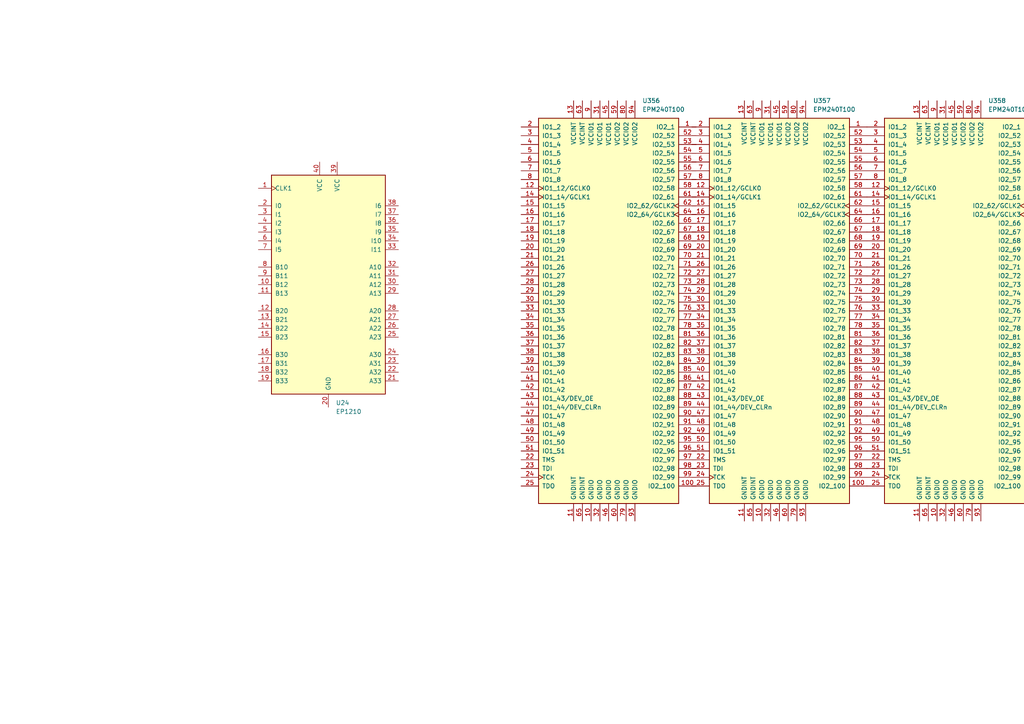
<source format=kicad_sch>
(kicad_sch (version 20250114) (generator "eeschema") (generator_version "9.0")
  (paper "A4")
  (lib_symbols
    (symbol "CPLD_Altera:EP1210" (pin_names (offset 1.016))
      (property "Reference" "U" (at -5.08 34.925 0))
      (property "Value" "EP1210" (at -5.08 33.02 0))
      (symbol "EP1210_0_1"
        (rectangle (start -16.51 -31.75) (end 16.51 31.75) (stroke (width 0.254)) (fill (type background)))
      )
      (symbol "EP1210_1_1"
        (pin input clock (at -20.32 27.94 0) (length 3.81) (name "CLK1") (number "1"))
        (pin input line (at -20.32 22.86 0) (length 3.81) (name "I0") (number "2"))
        (pin input line (at -20.32 20.32 0) (length 3.81) (name "I1") (number "3"))
        (pin input line (at -20.32 17.78 0) (length 3.81) (name "I2") (number "4"))
        (pin input line (at -20.32 15.24 0) (length 3.81) (name "I3") (number "5"))
        (pin input line (at -20.32 12.7 0) (length 3.81) (name "I4") (number "6"))
        (pin input line (at -20.32 10.16 0) (length 3.81) (name "I5") (number "7"))
        (pin input line (at -20.32 5.08 0) (length 3.81) (name "B10") (number "8"))
        (pin input line (at -20.32 2.54 0) (length 3.81) (name "B11") (number "9"))
        (pin input line (at -20.32 0 0) (length 3.81) (name "B12") (number "10"))
        (pin input line (at -20.32 -2.54 0) (length 3.81) (name "B13") (number "11"))
        (pin input line (at -20.32 -7.62 0) (length 3.81) (name "B20") (number "12"))
        (pin input line (at -20.32 -10.16 0) (length 3.81) (name "B21") (number "13"))
        (pin input line (at -20.32 -12.7 0) (length 3.81) (name "B22") (number "14"))
        (pin input line (at -20.32 -15.24 0) (length 3.81) (name "B23") (number "15"))
        (pin input line (at -20.32 -20.32 0) (length 3.81) (name "B30") (number "16"))
        (pin input line (at -20.32 -22.86 0) (length 3.81) (name "B31") (number "17"))
        (pin input line (at -20.32 -25.4 0) (length 3.81) (name "B32") (number "18"))
        (pin input line (at -20.32 -27.94 0) (length 3.81) (name "B33") (number "19"))
        (pin power_in line (at -2.54 35.56 270) (length 3.81) (name "VCC") (number "40"))
        (pin power_in line (at 0 -35.56 90) (length 3.81) (name "GND") (number "20"))
        (pin power_in line (at 2.54 35.56 270) (length 3.81) (name "VCC") (number "39"))
        (pin input line (at 20.32 22.86 180) (length 3.81) (name "I6") (number "38"))
        (pin input line (at 20.32 20.32 180) (length 3.81) (name "I7") (number "37"))
        (pin input line (at 20.32 17.78 180) (length 3.81) (name "I8") (number "36"))
        (pin input line (at 20.32 15.24 180) (length 3.81) (name "I9") (number "35"))
        (pin input line (at 20.32 12.7 180) (length 3.81) (name "I10") (number "34"))
        (pin input line (at 20.32 10.16 180) (length 3.81) (name "I11") (number "33"))
        (pin input line (at 20.32 5.08 180) (length 3.81) (name "A10") (number "32"))
        (pin input line (at 20.32 2.54 180) (length 3.81) (name "A11") (number "31"))
        (pin input line (at 20.32 0 180) (length 3.81) (name "A12") (number "30"))
        (pin input line (at 20.32 -2.54 180) (length 3.81) (name "A13") (number "29"))
        (pin input line (at 20.32 -7.62 180) (length 3.81) (name "A20") (number "28"))
        (pin input line (at 20.32 -10.16 180) (length 3.81) (name "A21") (number "27"))
        (pin input line (at 20.32 -12.7 180) (length 3.81) (name "A22") (number "26"))
        (pin input line (at 20.32 -15.24 180) (length 3.81) (name "A23") (number "25"))
        (pin input line (at 20.32 -20.32 180) (length 3.81) (name "A30") (number "24"))
        (pin input line (at 20.32 -22.86 180) (length 3.81) (name "A31") (number "23"))
        (pin input line (at 20.32 -25.4 180) (length 3.81) (name "A32") (number "22"))
        (pin input line (at 20.32 -27.94 180) (length 3.81) (name "A33") (number "21"))
      )
    )
    (symbol "CPLD_Altera:EPM240T100" (pin_names (offset 1.016))
      (property "Reference" "U" (at 10.16 57.15 0))
      (property "Value" "EPM240T100" (at 10.16 -57.15 0))
      (symbol "EPM240T100_1_1"
        (rectangle (start -20.32 55.88) (end 20.32 -55.88) (stroke (width 0.254)) (fill (type background)))
        (pin bidirectional line (at -25.4 53.34 0) (length 5.08) (name "IO1_2") (number "2"))
        (pin bidirectional line (at -25.4 50.8 0) (length 5.08) (name "IO1_3") (number "3"))
        (pin bidirectional line (at -25.4 48.26 0) (length 5.08) (name "IO1_4") (number "4"))
        (pin bidirectional line (at -25.4 45.72 0) (length 5.08) (name "IO1_5") (number "5"))
        (pin bidirectional line (at -25.4 43.18 0) (length 5.08) (name "IO1_6") (number "6"))
        (pin bidirectional line (at -25.4 40.64 0) (length 5.08) (name "IO1_7") (number "7"))
        (pin bidirectional line (at -25.4 38.1 0) (length 5.08) (name "IO1_8") (number "8"))
        (pin bidirectional clock (at -25.4 35.56 0) (length 5.08) (name "IO1_12/GCLK0") (number "12"))
        (pin bidirectional clock (at -25.4 33.02 0) (length 5.08) (name "IO1_14/GCLK1") (number "14"))
        (pin bidirectional line (at -25.4 30.48 0) (length 5.08) (name "IO1_15") (number "15"))
        (pin bidirectional line (at -25.4 27.94 0) (length 5.08) (name "IO1_16") (number "16"))
        (pin bidirectional line (at -25.4 25.4 0) (length 5.08) (name "IO1_17") (number "17"))
        (pin bidirectional line (at -25.4 22.86 0) (length 5.08) (name "IO1_18") (number "18"))
        (pin bidirectional line (at -25.4 20.32 0) (length 5.08) (name "IO1_19") (number "19"))
        (pin bidirectional line (at -25.4 17.78 0) (length 5.08) (name "IO1_20") (number "20"))
        (pin bidirectional line (at -25.4 15.24 0) (length 5.08) (name "IO1_21") (number "21"))
        (pin bidirectional line (at -25.4 12.7 0) (length 5.08) (name "IO1_26") (number "26"))
        (pin bidirectional line (at -25.4 10.16 0) (length 5.08) (name "IO1_27") (number "27"))
        (pin bidirectional line (at -25.4 7.62 0) (length 5.08) (name "IO1_28") (number "28"))
        (pin bidirectional line (at -25.4 5.08 0) (length 5.08) (name "IO1_29") (number "29"))
        (pin bidirectional line (at -25.4 2.54 0) (length 5.08) (name "IO1_30") (number "30"))
        (pin bidirectional line (at -25.4 0 0) (length 5.08) (name "IO1_33") (number "33"))
        (pin bidirectional line (at -25.4 -2.54 0) (length 5.08) (name "IO1_34") (number "34"))
        (pin bidirectional line (at -25.4 -5.08 0) (length 5.08) (name "IO1_35") (number "35"))
        (pin bidirectional line (at -25.4 -7.62 0) (length 5.08) (name "IO1_36") (number "36"))
        (pin bidirectional line (at -25.4 -10.16 0) (length 5.08) (name "IO1_37") (number "37"))
        (pin bidirectional line (at -25.4 -12.7 0) (length 5.08) (name "IO1_38") (number "38"))
        (pin bidirectional line (at -25.4 -15.24 0) (length 5.08) (name "IO1_39") (number "39"))
        (pin bidirectional line (at -25.4 -17.78 0) (length 5.08) (name "IO1_40") (number "40"))
        (pin bidirectional line (at -25.4 -20.32 0) (length 5.08) (name "IO1_41") (number "41"))
        (pin bidirectional line (at -25.4 -22.86 0) (length 5.08) (name "IO1_42") (number "42"))
        (pin bidirectional line (at -25.4 -25.4 0) (length 5.08) (name "IO1_43/DEV_OE") (number "43"))
        (pin bidirectional line (at -25.4 -27.94 0) (length 5.08) (name "IO1_44/DEV_CLRn") (number "44"))
        (pin bidirectional line (at -25.4 -30.48 0) (length 5.08) (name "IO1_47") (number "47"))
        (pin bidirectional line (at -25.4 -33.02 0) (length 5.08) (name "IO1_48") (number "48"))
        (pin bidirectional line (at -25.4 -35.56 0) (length 5.08) (name "IO1_49") (number "49"))
        (pin bidirectional line (at -25.4 -38.1 0) (length 5.08) (name "IO1_50") (number "50"))
        (pin bidirectional line (at -25.4 -40.64 0) (length 5.08) (name "IO1_51") (number "51"))
        (pin input line (at -25.4 -43.18 0) (length 5.08) (name "TMS") (number "22"))
        (pin input line (at -25.4 -45.72 0) (length 5.08) (name "TDI") (number "23"))
        (pin input clock (at -25.4 -48.26 0) (length 5.08) (name "TCK") (number "24"))
        (pin output line (at -25.4 -50.8 0) (length 5.08) (name "TDO") (number "25"))
        (pin power_in line (at -10.16 60.96 270) (length 5.08) (name "VCCINT") (number "13"))
        (pin power_in line (at -10.16 -60.96 90) (length 5.08) (name "GNDINT") (number "11"))
        (pin power_in line (at -7.62 60.96 270) (length 5.08) (name "VCCINT") (number "63"))
        (pin power_in line (at -7.62 -60.96 90) (length 5.08) (name "GNDINT") (number "65"))
        (pin power_in line (at -5.08 60.96 270) (length 5.08) (name "VCCIO1") (number "9"))
        (pin power_in line (at -5.08 -60.96 90) (length 5.08) (name "GNDIO") (number "10"))
        (pin power_in line (at -2.54 60.96 270) (length 5.08) (name "VCCIO1") (number "31"))
        (pin power_in line (at -2.54 -60.96 90) (length 5.08) (name "GNDIO") (number "32"))
        (pin power_in line (at 0 60.96 270) (length 5.08) (name "VCCIO1") (number "45"))
        (pin power_in line (at 0 -60.96 90) (length 5.08) (name "GNDIO") (number "46"))
        (pin power_in line (at 2.54 60.96 270) (length 5.08) (name "VCCIO2") (number "59"))
        (pin power_in line (at 2.54 -60.96 90) (length 5.08) (name "GNDIO") (number "60"))
        (pin power_in line (at 5.08 60.96 270) (length 5.08) (name "VCCIO2") (number "80"))
        (pin power_in line (at 5.08 -60.96 90) (length 5.08) (name "GNDIO") (number "79"))
        (pin power_in line (at 7.62 60.96 270) (length 5.08) (name "VCCIO2") (number "94"))
        (pin power_in line (at 7.62 -60.96 90) (length 5.08) (name "GNDIO") (number "93"))
        (pin bidirectional line (at 25.4 53.34 180) (length 5.08) (name "IO2_1") (number "1"))
        (pin bidirectional line (at 25.4 50.8 180) (length 5.08) (name "IO2_52") (number "52"))
        (pin bidirectional line (at 25.4 48.26 180) (length 5.08) (name "IO2_53") (number "53"))
        (pin bidirectional line (at 25.4 45.72 180) (length 5.08) (name "IO2_54") (number "54"))
        (pin bidirectional line (at 25.4 43.18 180) (length 5.08) (name "IO2_55") (number "55"))
        (pin bidirectional line (at 25.4 40.64 180) (length 5.08) (name "IO2_56") (number "56"))
        (pin bidirectional line (at 25.4 38.1 180) (length 5.08) (name "IO2_57") (number "57"))
        (pin bidirectional line (at 25.4 35.56 180) (length 5.08) (name "IO2_58") (number "58"))
        (pin bidirectional line (at 25.4 33.02 180) (length 5.08) (name "IO2_61") (number "61"))
        (pin bidirectional clock (at 25.4 30.48 180) (length 5.08) (name "IO2_62/GCLK2") (number "62"))
        (pin bidirectional clock (at 25.4 27.94 180) (length 5.08) (name "IO2_64/GCLK3") (number "64"))
        (pin bidirectional line (at 25.4 25.4 180) (length 5.08) (name "IO2_66") (number "66"))
        (pin bidirectional line (at 25.4 22.86 180) (length 5.08) (name "IO2_67") (number "67"))
        (pin bidirectional line (at 25.4 20.32 180) (length 5.08) (name "IO2_68") (number "68"))
        (pin bidirectional line (at 25.4 17.78 180) (length 5.08) (name "IO2_69") (number "69"))
        (pin bidirectional line (at 25.4 15.24 180) (length 5.08) (name "IO2_70") (number "70"))
        (pin bidirectional line (at 25.4 12.7 180) (length 5.08) (name "IO2_71") (number "71"))
        (pin bidirectional line (at 25.4 10.16 180) (length 5.08) (name "IO2_72") (number "72"))
        (pin bidirectional line (at 25.4 7.62 180) (length 5.08) (name "IO2_73") (number "73"))
        (pin bidirectional line (at 25.4 5.08 180) (length 5.08) (name "IO2_74") (number "74"))
        (pin bidirectional line (at 25.4 2.54 180) (length 5.08) (name "IO2_75") (number "75"))
        (pin bidirectional line (at 25.4 0 180) (length 5.08) (name "IO2_76") (number "76"))
        (pin bidirectional line (at 25.4 -2.54 180) (length 5.08) (name "IO2_77") (number "77"))
        (pin bidirectional line (at 25.4 -5.08 180) (length 5.08) (name "IO2_78") (number "78"))
        (pin bidirectional line (at 25.4 -7.62 180) (length 5.08) (name "IO2_81") (number "81"))
        (pin bidirectional line (at 25.4 -10.16 180) (length 5.08) (name "IO2_82") (number "82"))
        (pin bidirectional line (at 25.4 -12.7 180) (length 5.08) (name "IO2_83") (number "83"))
        (pin bidirectional line (at 25.4 -15.24 180) (length 5.08) (name "IO2_84") (number "84"))
        (pin bidirectional line (at 25.4 -17.78 180) (length 5.08) (name "IO2_85") (number "85"))
        (pin bidirectional line (at 25.4 -20.32 180) (length 5.08) (name "IO2_86") (number "86"))
        (pin bidirectional line (at 25.4 -22.86 180) (length 5.08) (name "IO2_87") (number "87"))
        (pin bidirectional line (at 25.4 -25.4 180) (length 5.08) (name "IO2_88") (number "88"))
        (pin bidirectional line (at 25.4 -27.94 180) (length 5.08) (name "IO2_89") (number "89"))
        (pin bidirectional line (at 25.4 -30.48 180) (length 5.08) (name "IO2_90") (number "90"))
        (pin bidirectional line (at 25.4 -33.02 180) (length 5.08) (name "IO2_91") (number "91"))
        (pin bidirectional line (at 25.4 -35.56 180) (length 5.08) (name "IO2_92") (number "92"))
        (pin bidirectional line (at 25.4 -38.1 180) (length 5.08) (name "IO2_95") (number "95"))
        (pin bidirectional line (at 25.4 -40.64 180) (length 5.08) (name "IO2_96") (number "96"))
        (pin bidirectional line (at 25.4 -43.18 180) (length 5.08) (name "IO2_97") (number "97"))
        (pin bidirectional line (at 25.4 -45.72 180) (length 5.08) (name "IO2_98") (number "98"))
        (pin bidirectional line (at 25.4 -48.26 180) (length 5.08) (name "IO2_99") (number "99"))
        (pin bidirectional line (at 25.4 -50.8 180) (length 5.08) (name "IO2_100") (number "100"))
      )
    )
  )
  (symbol (lib_id "CPLD_Altera:EPM240T100") (at 176.53 90.17 0) (unit 1)
    (property "Reference" "U356" (at 186.2933 29.21 0) (effects (justify left)))
    (property "Value" "EPM240T100" (at 186.2933 31.75 0) (effects (justify left)))
    (property "Footprint" "Package_QFP:LQFP-100_14x14mm_P0.5mm" (effects (hide yes)))
    (property "Datasheet" "https://www.altera.com/content/dam/altera-www/global/en_US/pdfs/literature/hb/max2/max2_mii5v1.pdf" (effects (hide yes)))
    (property "Description" "Altera MAX2 CPLD with 240 LE" (effects (hide yes)))
  )
  (symbol (lib_id "CPLD_Altera:EPM240T100") (at 276.86 90.17 0) (unit 1)
    (property "Reference" "U358" (at 286.6233 29.21 0) (effects (justify left)))
    (property "Value" "EPM240T100" (at 286.6233 31.75 0) (effects (justify left)))
    (property "Footprint" "Package_QFP:LQFP-100_14x14mm_P0.5mm" (effects (hide yes)))
    (property "Datasheet" "https://www.altera.com/content/dam/altera-www/global/en_US/pdfs/literature/hb/max2/max2_mii5v1.pdf" (effects (hide yes)))
    (property "Description" "Altera MAX2 CPLD with 240 LE" (effects (hide yes)))
  )
  (symbol (lib_id "CPLD_Altera:EPM240T100") (at 378.46 90.17 0) (unit 1)
    (property "Reference" "U360" (at 388.2233 29.21 0) (effects (justify left)))
    (property "Value" "EPM240T100" (at 388.2233 31.75 0) (effects (justify left)))
    (property "Footprint" "Package_QFP:LQFP-100_14x14mm_P0.5mm" (effects (hide yes)))
    (property "Datasheet" "https://www.altera.com/content/dam/altera-www/global/en_US/pdfs/literature/hb/max2/max2_mii5v1.pdf" (effects (hide yes)))
    (property "Description" "Altera MAX2 CPLD with 240 LE" (effects (hide yes)))
  )
  (symbol (lib_id "CPLD_Altera:EPM240T100") (at 226.06 90.17 0) (unit 1)
    (property "Reference" "U357" (at 235.8233 29.21 0) (effects (justify left)))
    (property "Value" "EPM240T100" (at 235.8233 31.75 0) (effects (justify left)))
    (property "Footprint" "Package_QFP:LQFP-100_14x14mm_P0.5mm" (effects (hide yes)))
    (property "Datasheet" "https://www.altera.com/content/dam/altera-www/global/en_US/pdfs/literature/hb/max2/max2_mii5v1.pdf" (effects (hide yes)))
    (property "Description" "Altera MAX2 CPLD with 240 LE" (effects (hide yes)))
  )
  (symbol (lib_id "CPLD_Altera:EP1210") (at 95.25 82.55 0) (unit 1)
    (property "Reference" "U24" (at 97.3933 116.84 0) (effects (justify left)))
    (property "Value" "EP1210" (at 97.3933 119.38 0) (effects (justify left)))
    (property "Description" "EPLD" (effects (hide yes)))
  )
  (symbol (lib_id "CPLD_Altera:EPM240T100") (at 327.66 90.17 0) (unit 1)
    (property "Reference" "U359" (at 337.4233 29.21 0) (effects (justify left)))
    (property "Value" "EPM240T100" (at 337.4233 31.75 0) (effects (justify left)))
    (property "Footprint" "Package_QFP:LQFP-100_14x14mm_P0.5mm" (effects (hide yes)))
    (property "Datasheet" "https://www.altera.com/content/dam/altera-www/global/en_US/pdfs/literature/hb/max2/max2_mii5v1.pdf" (effects (hide yes)))
    (property "Description" "Altera MAX2 CPLD with 240 LE" (effects (hide yes)))
  )
)
</source>
